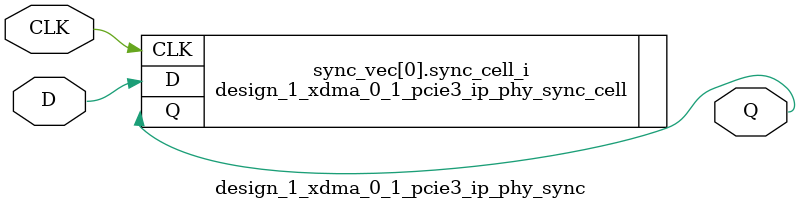
<source format=v>





`timescale 1ps / 1ps



//-------------------------------------------------------------------------------------------------
//  PHY Synchronizer Module
//-------------------------------------------------------------------------------------------------
module design_1_xdma_0_1_pcie3_ip_phy_sync #
(
    parameter integer WIDTH = 1, 
    parameter integer STAGE = 2
)
(
    //-------------------------------------------------------------------------- 
    //  Input Ports
    //-------------------------------------------------------------------------- 
    input                               CLK,
    input       [WIDTH-1:0]             D,
    
    //-------------------------------------------------------------------------- 
    //  Output Ports
    //-------------------------------------------------------------------------- 
    output      [WIDTH-1:0]             Q
);                                                        



//--------------------------------------------------------------------------------------------------
//  Generate Synchronizer - Begin
//--------------------------------------------------------------------------------------------------
genvar i;

generate for (i=0; i<WIDTH; i=i+1) 

    begin : sync_vec

    //----------------------------------------------------------------------
    //  Synchronizer
    //----------------------------------------------------------------------
design_1_xdma_0_1_pcie3_ip_phy_sync_cell #
    (
        .STAGE                            (STAGE)
    )    
    sync_cell_i
    (
        //------------------------------------------------------------------
        //  Input Ports
        //------------------------------------------------------------------
        .CLK                              (CLK),
        .D                                (D[i]),

        //------------------------------------------------------------------
        //  Output Ports
        //------------------------------------------------------------------
        .Q                                (Q[i])
    );
 
    end   
      
endgenerate 
//--------------------------------------------------------------------------------------------------
//  Generate - End
//--------------------------------------------------------------------------------------------------



endmodule





</source>
